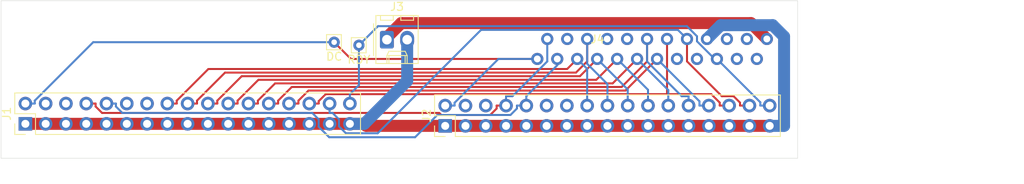
<source format=kicad_pcb>
(kicad_pcb (version 20171130) (host pcbnew "(5.1.5)-3")

  (general
    (thickness 1.6)
    (drawings 7)
    (tracks 178)
    (zones 0)
    (modules 6)
    (nets 16)
  )

  (page A4)
  (layers
    (0 F.Cu signal)
    (31 B.Cu signal)
    (32 B.Adhes user)
    (33 F.Adhes user)
    (34 B.Paste user)
    (35 F.Paste user)
    (36 B.SilkS user)
    (37 F.SilkS user)
    (38 B.Mask user)
    (39 F.Mask user)
    (40 Dwgs.User user)
    (41 Cmts.User user)
    (42 Eco1.User user)
    (43 Eco2.User user)
    (44 Edge.Cuts user)
    (45 Margin user)
    (46 B.CrtYd user)
    (47 F.CrtYd user)
    (48 B.Fab user)
    (49 F.Fab user)
  )

  (setup
    (last_trace_width 0.25)
    (trace_clearance 0.2)
    (zone_clearance 0.508)
    (zone_45_only no)
    (trace_min 0.2)
    (via_size 0.8)
    (via_drill 0.4)
    (via_min_size 0.4)
    (via_min_drill 0.3)
    (uvia_size 0.3)
    (uvia_drill 0.1)
    (uvias_allowed no)
    (uvia_min_size 0.2)
    (uvia_min_drill 0.1)
    (edge_width 0.05)
    (segment_width 0.2)
    (pcb_text_width 0.3)
    (pcb_text_size 1.5 1.5)
    (mod_edge_width 0.12)
    (mod_text_size 1 1)
    (mod_text_width 0.15)
    (pad_size 1.524 1.524)
    (pad_drill 0.762)
    (pad_to_mask_clearance 0.051)
    (solder_mask_min_width 0.25)
    (aux_axis_origin 0 0)
    (visible_elements 7FFFFFFF)
    (pcbplotparams
      (layerselection 0x010fc_ffffffff)
      (usegerberextensions false)
      (usegerberattributes false)
      (usegerberadvancedattributes false)
      (creategerberjobfile false)
      (excludeedgelayer true)
      (linewidth 0.100000)
      (plotframeref false)
      (viasonmask false)
      (mode 1)
      (useauxorigin false)
      (hpglpennumber 1)
      (hpglpenspeed 20)
      (hpglpendiameter 15.000000)
      (psnegative false)
      (psa4output false)
      (plotreference true)
      (plotvalue false)
      (plotinvisibletext false)
      (padsonsilk false)
      (subtractmaskfromsilk false)
      (outputformat 1)
      (mirror false)
      (drillshape 0)
      (scaleselection 1)
      (outputdirectory "gerber/"))
  )

  (net 0 "")
  (net 1 GND)
  (net 2 24_PIN24)
  (net 3 24_PIN6)
  (net 4 24_PIN9)
  (net 5 24_PIN11)
  (net 6 24_PIN12)
  (net 7 24_PIN13)
  (net 8 24_PIN14)
  (net 9 24_PIN16)
  (net 10 24_PIN18)
  (net 11 24_PIN19)
  (net 12 24_PIN20)
  (net 13 24_PIN22)
  (net 14 24_PIN23)
  (net 15 5V)

  (net_class Default "This is the default net class."
    (clearance 0.2)
    (trace_width 0.25)
    (via_dia 0.8)
    (via_drill 0.4)
    (uvia_dia 0.3)
    (uvia_drill 0.1)
    (add_net 24_PIN11)
    (add_net 24_PIN12)
    (add_net 24_PIN13)
    (add_net 24_PIN14)
    (add_net 24_PIN16)
    (add_net 24_PIN18)
    (add_net 24_PIN19)
    (add_net 24_PIN20)
    (add_net 24_PIN22)
    (add_net 24_PIN23)
    (add_net 24_PIN24)
    (add_net 24_PIN6)
    (add_net 24_PIN9)
  )

  (net_class power ""
    (clearance 0.2)
    (trace_width 1.5)
    (via_dia 2)
    (via_drill 1)
    (uvia_dia 0.4)
    (uvia_drill 0.1)
    (add_net 5V)
    (add_net GND)
  )

  (module Connector_Pin:Pin_D0.7mm_L6.5mm_W1.8mm_FlatFork (layer F.Cu) (tedit 5A1DC084) (tstamp 5F1C71CE)
    (at 96.3195 64.5795)
    (descr "solder Pin_ with flat fork, hole diameter 0.7mm, length 6.5mm, width 1.8mm")
    (tags "solder Pin_ with flat fork")
    (path /5F1C2880)
    (fp_text reference RDY (at 0 1.8) (layer F.SilkS)
      (effects (font (size 1 1) (thickness 0.15)))
    )
    (fp_text value RDY (at 0 -1.8) (layer F.Fab)
      (effects (font (size 1 1) (thickness 0.15)))
    )
    (fp_line (start 1.35 1.2) (end -1.4 1.2) (layer F.CrtYd) (width 0.05))
    (fp_line (start 1.35 1.2) (end 1.35 -1.2) (layer F.CrtYd) (width 0.05))
    (fp_line (start -1.4 -1.2) (end -1.4 1.2) (layer F.CrtYd) (width 0.05))
    (fp_line (start -1.4 -1.2) (end 1.35 -1.2) (layer F.CrtYd) (width 0.05))
    (fp_line (start -0.9 0.25) (end -0.9 -0.25) (layer F.Fab) (width 0.12))
    (fp_line (start 0.85 0.25) (end -0.9 0.25) (layer F.Fab) (width 0.12))
    (fp_line (start 0.85 -0.25) (end 0.85 0.25) (layer F.Fab) (width 0.12))
    (fp_line (start -0.9 -0.25) (end 0.85 -0.25) (layer F.Fab) (width 0.12))
    (fp_line (start 0.9 -0.95) (end -0.95 -0.95) (layer F.SilkS) (width 0.12))
    (fp_line (start 0.9 -0.9) (end 0.9 -0.95) (layer F.SilkS) (width 0.12))
    (fp_line (start 0.9 0.95) (end 0.9 -0.9) (layer F.SilkS) (width 0.12))
    (fp_line (start -0.95 0.95) (end 0.9 0.95) (layer F.SilkS) (width 0.12))
    (fp_line (start -0.95 -0.95) (end -0.95 0.95) (layer F.SilkS) (width 0.12))
    (fp_text user %R (at 0 1.8) (layer F.Fab)
      (effects (font (size 1 1) (thickness 0.15)))
    )
    (pad 1 thru_hole circle (at 0 0) (size 1.4 1.4) (drill 0.7) (layers *.Cu *.Mask)
      (net 3 24_PIN6))
    (model ${KISYS3DMOD}/Connector_Pin.3dshapes/Pin_D0.7mm_L6.5mm_W1.8mm_FlatFork.wrl
      (at (xyz 0 0 0))
      (scale (xyz 1 1 1))
      (rotate (xyz 0 0 0))
    )
  )

  (module Connector_Pin:Pin_D0.7mm_L6.5mm_W1.8mm_FlatFork (layer F.Cu) (tedit 5A1DC084) (tstamp 5F1C71BB)
    (at 93.218 64.1985)
    (descr "solder Pin_ with flat fork, hole diameter 0.7mm, length 6.5mm, width 1.8mm")
    (tags "solder Pin_ with flat fork")
    (path /5F1C6303)
    (fp_text reference DC (at 0 1.8) (layer F.SilkS)
      (effects (font (size 1 1) (thickness 0.15)))
    )
    (fp_text value DC (at 0 -1.8) (layer F.Fab)
      (effects (font (size 1 1) (thickness 0.15)))
    )
    (fp_line (start 1.35 1.2) (end -1.4 1.2) (layer F.CrtYd) (width 0.05))
    (fp_line (start 1.35 1.2) (end 1.35 -1.2) (layer F.CrtYd) (width 0.05))
    (fp_line (start -1.4 -1.2) (end -1.4 1.2) (layer F.CrtYd) (width 0.05))
    (fp_line (start -1.4 -1.2) (end 1.35 -1.2) (layer F.CrtYd) (width 0.05))
    (fp_line (start -0.9 0.25) (end -0.9 -0.25) (layer F.Fab) (width 0.12))
    (fp_line (start 0.85 0.25) (end -0.9 0.25) (layer F.Fab) (width 0.12))
    (fp_line (start 0.85 -0.25) (end 0.85 0.25) (layer F.Fab) (width 0.12))
    (fp_line (start -0.9 -0.25) (end 0.85 -0.25) (layer F.Fab) (width 0.12))
    (fp_line (start 0.9 -0.95) (end -0.95 -0.95) (layer F.SilkS) (width 0.12))
    (fp_line (start 0.9 -0.9) (end 0.9 -0.95) (layer F.SilkS) (width 0.12))
    (fp_line (start 0.9 0.95) (end 0.9 -0.9) (layer F.SilkS) (width 0.12))
    (fp_line (start -0.95 0.95) (end 0.9 0.95) (layer F.SilkS) (width 0.12))
    (fp_line (start -0.95 -0.95) (end -0.95 0.95) (layer F.SilkS) (width 0.12))
    (fp_text user %R (at 0 1.8) (layer F.Fab)
      (effects (font (size 1 1) (thickness 0.15)))
    )
    (pad 1 thru_hole circle (at 0 0) (size 1.4 1.4) (drill 0.7) (layers *.Cu *.Mask)
      (net 2 24_PIN24))
    (model ${KISYS3DMOD}/Connector_Pin.3dshapes/Pin_D0.7mm_L6.5mm_W1.8mm_FlatFork.wrl
      (at (xyz 0 0 0))
      (scale (xyz 1 1 1))
      (rotate (xyz 0 0 0))
    )
  )

  (module Connector:24pin_ffc_1 (layer F.Cu) (tedit 5F1C0D9E) (tstamp 5F068281)
    (at 121.158 66.294)
    (path /5F06A868)
    (fp_text reference J4 (at 5.04 -2.46) (layer F.SilkS)
      (effects (font (size 1 1) (thickness 0.15)))
    )
    (fp_text value Conn_01x24_Female_fcc (at 13.93 -2.46) (layer F.Fab)
      (effects (font (size 1 1) (thickness 0.15)))
    )
    (fp_line (start -5.08 -3.81) (end -5.08 2.54) (layer B.Paste) (width 0.12))
    (fp_line (start -1.27 2.54) (end -2.54 2.54) (layer B.Paste) (width 0.12))
    (fp_line (start 1.27 2.54) (end 0 2.54) (layer B.Paste) (width 0.12))
    (fp_line (start 3.81 2.54) (end 2.54 2.54) (layer B.Paste) (width 0.12))
    (fp_line (start 6.35 2.54) (end 5.08 2.54) (layer B.Paste) (width 0.12))
    (fp_line (start 8.89 2.54) (end 7.62 2.54) (layer B.Paste) (width 0.12))
    (fp_line (start 11.43 2.54) (end 10.16 2.54) (layer B.Paste) (width 0.12))
    (fp_line (start 13.97 2.54) (end 12.7 2.54) (layer B.Paste) (width 0.12))
    (fp_line (start 16.51 2.54) (end 15.24 2.54) (layer B.Paste) (width 0.12))
    (fp_line (start 19.05 2.54) (end 17.78 2.54) (layer B.Paste) (width 0.12))
    (fp_line (start 21.59 2.54) (end 20.32 2.54) (layer B.Paste) (width 0.12))
    (fp_line (start 24.13 2.54) (end 22.86 2.54) (layer B.Paste) (width 0.12))
    (fp_line (start 26.67 2.54) (end 25.4 2.54) (layer B.Paste) (width 0.12))
    (fp_line (start 27.94 -3.81) (end 27.94 2.54) (layer B.Paste) (width 0.12))
    (fp_line (start 27.94 2.54) (end -5.08 2.54) (layer B.Paste) (width 0.12))
    (fp_line (start 58.42 -5.08) (end 58.42 1.27) (layer B.Paste) (width 0.12))
    (fp_line (start -5.08 -3.81) (end 27.94 -3.81) (layer B.Paste) (width 0.12))
    (pad 24 thru_hole circle (at -2.5 0) (size 1.524 1.524) (drill 0.86) (layers *.Cu *.Mask)
      (net 2 24_PIN24))
    (pad 1 thru_hole circle (at 26.25 -2.5) (size 1.524 1.524) (drill 0.86) (layers *.Cu *.Mask)
      (net 15 5V))
    (pad 2 thru_hole circle (at 25 0) (size 1.524 1.524) (drill 0.86) (layers *.Cu *.Mask))
    (pad 3 thru_hole circle (at 23.75 -2.5) (size 1.524 1.524) (drill 0.86) (layers *.Cu *.Mask))
    (pad 4 thru_hole circle (at 22.5 0) (size 1.524 1.524) (drill 0.86) (layers *.Cu *.Mask))
    (pad 5 thru_hole circle (at 21.25 -2.5) (size 1.524 1.524) (drill 0.86) (layers *.Cu *.Mask))
    (pad 6 thru_hole circle (at 20 0) (size 1.524 1.524) (drill 0.86) (layers *.Cu *.Mask)
      (net 3 24_PIN6))
    (pad 7 thru_hole circle (at 18.75 -2.5) (size 1.524 1.524) (drill 0.86) (layers *.Cu *.Mask)
      (net 1 GND))
    (pad 8 thru_hole circle (at 17.5 0) (size 1.524 1.524) (drill 0.86) (layers *.Cu *.Mask))
    (pad 9 thru_hole circle (at 16.25 -2.5) (size 1.524 1.524) (drill 0.86) (layers *.Cu *.Mask)
      (net 4 24_PIN9))
    (pad 10 thru_hole circle (at 15 0) (size 1.524 1.524) (drill 0.86) (layers *.Cu *.Mask))
    (pad 11 thru_hole circle (at 13.75 -2.5) (size 1.524 1.524) (drill 0.86) (layers *.Cu *.Mask)
      (net 5 24_PIN11))
    (pad 12 thru_hole circle (at 12.5 0) (size 1.524 1.524) (drill 0.86) (layers *.Cu *.Mask)
      (net 6 24_PIN12))
    (pad 13 thru_hole circle (at 11.25 -2.5) (size 1.524 1.524) (drill 0.86) (layers *.Cu *.Mask)
      (net 7 24_PIN13))
    (pad 14 thru_hole circle (at 10 0) (size 1.524 1.524) (drill 0.86) (layers *.Cu *.Mask)
      (net 8 24_PIN14))
    (pad 15 thru_hole circle (at 8.75 -2.5) (size 1.524 1.524) (drill 0.86) (layers *.Cu *.Mask))
    (pad 16 thru_hole circle (at 7.5 0) (size 1.524 1.524) (drill 0.86) (layers *.Cu *.Mask)
      (net 9 24_PIN16))
    (pad 17 thru_hole circle (at 6.25 -2.5) (size 1.524 1.524) (drill 0.86) (layers *.Cu *.Mask))
    (pad 18 thru_hole circle (at 5 0) (size 1.524 1.524) (drill 0.86) (layers *.Cu *.Mask)
      (net 10 24_PIN18))
    (pad 19 thru_hole circle (at 3.75 -2.5) (size 1.524 1.524) (drill 0.86) (layers *.Cu *.Mask)
      (net 11 24_PIN19))
    (pad 20 thru_hole circle (at 2.5 0) (size 1.524 1.524) (drill 0.86) (layers *.Cu *.Mask)
      (net 12 24_PIN20))
    (pad 21 thru_hole circle (at 1.25 -2.5) (size 1.524 1.524) (drill 0.86) (layers *.Cu *.Mask))
    (pad 22 thru_hole circle (at 0 0) (size 1.524 1.524) (drill 0.86) (layers *.Cu *.Mask)
      (net 13 24_PIN22))
    (pad 23 thru_hole circle (at -1.25 -2.5) (size 1.524 1.524) (drill 0.86) (layers *.Cu *.Mask)
      (net 14 24_PIN23))
  )

  (module Connector_Molex:Molex_KK-254_AE-6410-02A_1x02_P2.54mm_Vertical (layer F.Cu) (tedit 5B78013E) (tstamp 5F096321)
    (at 99.822 63.881)
    (descr "Molex KK-254 Interconnect System, old/engineering part number: AE-6410-02A example for new part number: 22-27-2021, 2 Pins (http://www.molex.com/pdm_docs/sd/022272021_sd.pdf), generated with kicad-footprint-generator")
    (tags "connector Molex KK-254 side entry")
    (path /5F0A77CA)
    (fp_text reference J3 (at 1.27 -4.12) (layer F.SilkS)
      (effects (font (size 1 1) (thickness 0.15)))
    )
    (fp_text value Jack-DC (at 1.27 4.08) (layer F.Fab)
      (effects (font (size 1 1) (thickness 0.15)))
    )
    (fp_text user %R (at 1.27 -2.22) (layer F.Fab)
      (effects (font (size 1 1) (thickness 0.15)))
    )
    (fp_line (start 4.31 -3.42) (end -1.77 -3.42) (layer F.CrtYd) (width 0.05))
    (fp_line (start 4.31 3.38) (end 4.31 -3.42) (layer F.CrtYd) (width 0.05))
    (fp_line (start -1.77 3.38) (end 4.31 3.38) (layer F.CrtYd) (width 0.05))
    (fp_line (start -1.77 -3.42) (end -1.77 3.38) (layer F.CrtYd) (width 0.05))
    (fp_line (start 3.34 -2.43) (end 3.34 -3.03) (layer F.SilkS) (width 0.12))
    (fp_line (start 1.74 -2.43) (end 3.34 -2.43) (layer F.SilkS) (width 0.12))
    (fp_line (start 1.74 -3.03) (end 1.74 -2.43) (layer F.SilkS) (width 0.12))
    (fp_line (start 0.8 -2.43) (end 0.8 -3.03) (layer F.SilkS) (width 0.12))
    (fp_line (start -0.8 -2.43) (end 0.8 -2.43) (layer F.SilkS) (width 0.12))
    (fp_line (start -0.8 -3.03) (end -0.8 -2.43) (layer F.SilkS) (width 0.12))
    (fp_line (start 2.29 2.99) (end 2.29 1.99) (layer F.SilkS) (width 0.12))
    (fp_line (start 0.25 2.99) (end 0.25 1.99) (layer F.SilkS) (width 0.12))
    (fp_line (start 2.29 1.46) (end 2.54 1.99) (layer F.SilkS) (width 0.12))
    (fp_line (start 0.25 1.46) (end 2.29 1.46) (layer F.SilkS) (width 0.12))
    (fp_line (start 0 1.99) (end 0.25 1.46) (layer F.SilkS) (width 0.12))
    (fp_line (start 2.54 1.99) (end 2.54 2.99) (layer F.SilkS) (width 0.12))
    (fp_line (start 0 1.99) (end 2.54 1.99) (layer F.SilkS) (width 0.12))
    (fp_line (start 0 2.99) (end 0 1.99) (layer F.SilkS) (width 0.12))
    (fp_line (start -0.562893 0) (end -1.27 0.5) (layer F.Fab) (width 0.1))
    (fp_line (start -1.27 -0.5) (end -0.562893 0) (layer F.Fab) (width 0.1))
    (fp_line (start -1.67 -2) (end -1.67 2) (layer F.SilkS) (width 0.12))
    (fp_line (start 3.92 -3.03) (end -1.38 -3.03) (layer F.SilkS) (width 0.12))
    (fp_line (start 3.92 2.99) (end 3.92 -3.03) (layer F.SilkS) (width 0.12))
    (fp_line (start -1.38 2.99) (end 3.92 2.99) (layer F.SilkS) (width 0.12))
    (fp_line (start -1.38 -3.03) (end -1.38 2.99) (layer F.SilkS) (width 0.12))
    (fp_line (start 3.81 -2.92) (end -1.27 -2.92) (layer F.Fab) (width 0.1))
    (fp_line (start 3.81 2.88) (end 3.81 -2.92) (layer F.Fab) (width 0.1))
    (fp_line (start -1.27 2.88) (end 3.81 2.88) (layer F.Fab) (width 0.1))
    (fp_line (start -1.27 -2.92) (end -1.27 2.88) (layer F.Fab) (width 0.1))
    (pad 2 thru_hole oval (at 2.54 0) (size 1.74 2.2) (drill 1.2) (layers *.Cu *.Mask)
      (net 1 GND))
    (pad 1 thru_hole roundrect (at 0 0) (size 1.74 2.2) (drill 1.2) (layers *.Cu *.Mask) (roundrect_rratio 0.143678)
      (net 15 5V))
    (model ${KISYS3DMOD}/Connector_Molex.3dshapes/Molex_KK-254_AE-6410-02A_1x02_P2.54mm_Vertical.wrl
      (at (xyz 0 0 0))
      (scale (xyz 1 1 1))
      (rotate (xyz 0 0 0))
    )
  )

  (module Connector_PinHeader_2.54mm:PinHeader_2x17_P2.54mm_Vertical (layer F.Cu) (tedit 59FED5CC) (tstamp 5F094A33)
    (at 54.5465 74.422 90)
    (descr "Through hole straight pin header, 2x17, 2.54mm pitch, double rows")
    (tags "Through hole pin header THT 2x17 2.54mm double row")
    (path /5F0908E6)
    (fp_text reference J1 (at 1.27 -2.33 90) (layer F.SilkS)
      (effects (font (size 1 1) (thickness 0.15)))
    )
    (fp_text value Conn_02x17_Odd_Even (at 1.27 42.97 90) (layer F.Fab)
      (effects (font (size 1 1) (thickness 0.15)))
    )
    (fp_text user %R (at 1.27 20.32) (layer F.Fab)
      (effects (font (size 1 1) (thickness 0.15)))
    )
    (fp_line (start 4.35 -1.8) (end -1.8 -1.8) (layer F.CrtYd) (width 0.05))
    (fp_line (start 4.35 42.45) (end 4.35 -1.8) (layer F.CrtYd) (width 0.05))
    (fp_line (start -1.8 42.45) (end 4.35 42.45) (layer F.CrtYd) (width 0.05))
    (fp_line (start -1.8 -1.8) (end -1.8 42.45) (layer F.CrtYd) (width 0.05))
    (fp_line (start -1.33 -1.33) (end 0 -1.33) (layer F.SilkS) (width 0.12))
    (fp_line (start -1.33 0) (end -1.33 -1.33) (layer F.SilkS) (width 0.12))
    (fp_line (start 1.27 -1.33) (end 3.87 -1.33) (layer F.SilkS) (width 0.12))
    (fp_line (start 1.27 1.27) (end 1.27 -1.33) (layer F.SilkS) (width 0.12))
    (fp_line (start -1.33 1.27) (end 1.27 1.27) (layer F.SilkS) (width 0.12))
    (fp_line (start 3.87 -1.33) (end 3.87 41.97) (layer F.SilkS) (width 0.12))
    (fp_line (start -1.33 1.27) (end -1.33 41.97) (layer F.SilkS) (width 0.12))
    (fp_line (start -1.33 41.97) (end 3.87 41.97) (layer F.SilkS) (width 0.12))
    (fp_line (start -1.27 0) (end 0 -1.27) (layer F.Fab) (width 0.1))
    (fp_line (start -1.27 41.91) (end -1.27 0) (layer F.Fab) (width 0.1))
    (fp_line (start 3.81 41.91) (end -1.27 41.91) (layer F.Fab) (width 0.1))
    (fp_line (start 3.81 -1.27) (end 3.81 41.91) (layer F.Fab) (width 0.1))
    (fp_line (start 0 -1.27) (end 3.81 -1.27) (layer F.Fab) (width 0.1))
    (pad 34 thru_hole oval (at 2.54 40.64 90) (size 1.7 1.7) (drill 1) (layers *.Cu *.Mask)
      (net 3 24_PIN6))
    (pad 33 thru_hole oval (at 0 40.64 90) (size 1.7 1.7) (drill 1) (layers *.Cu *.Mask)
      (net 1 GND))
    (pad 32 thru_hole oval (at 2.54 38.1 90) (size 1.7 1.7) (drill 1) (layers *.Cu *.Mask)
      (net 4 24_PIN9))
    (pad 31 thru_hole oval (at 0 38.1 90) (size 1.7 1.7) (drill 1) (layers *.Cu *.Mask)
      (net 1 GND))
    (pad 30 thru_hole oval (at 2.54 35.56 90) (size 1.7 1.7) (drill 1) (layers *.Cu *.Mask)
      (net 5 24_PIN11))
    (pad 29 thru_hole oval (at 0 35.56 90) (size 1.7 1.7) (drill 1) (layers *.Cu *.Mask)
      (net 1 GND))
    (pad 28 thru_hole oval (at 2.54 33.02 90) (size 1.7 1.7) (drill 1) (layers *.Cu *.Mask)
      (net 6 24_PIN12))
    (pad 27 thru_hole oval (at 0 33.02 90) (size 1.7 1.7) (drill 1) (layers *.Cu *.Mask)
      (net 1 GND))
    (pad 26 thru_hole oval (at 2.54 30.48 90) (size 1.7 1.7) (drill 1) (layers *.Cu *.Mask)
      (net 7 24_PIN13))
    (pad 25 thru_hole oval (at 0 30.48 90) (size 1.7 1.7) (drill 1) (layers *.Cu *.Mask)
      (net 1 GND))
    (pad 24 thru_hole oval (at 2.54 27.94 90) (size 1.7 1.7) (drill 1) (layers *.Cu *.Mask)
      (net 8 24_PIN14))
    (pad 23 thru_hole oval (at 0 27.94 90) (size 1.7 1.7) (drill 1) (layers *.Cu *.Mask)
      (net 1 GND))
    (pad 22 thru_hole oval (at 2.54 25.4 90) (size 1.7 1.7) (drill 1) (layers *.Cu *.Mask)
      (net 9 24_PIN16))
    (pad 21 thru_hole oval (at 0 25.4 90) (size 1.7 1.7) (drill 1) (layers *.Cu *.Mask)
      (net 1 GND))
    (pad 20 thru_hole oval (at 2.54 22.86 90) (size 1.7 1.7) (drill 1) (layers *.Cu *.Mask)
      (net 10 24_PIN18))
    (pad 19 thru_hole oval (at 0 22.86 90) (size 1.7 1.7) (drill 1) (layers *.Cu *.Mask)
      (net 1 GND))
    (pad 18 thru_hole oval (at 2.54 20.32 90) (size 1.7 1.7) (drill 1) (layers *.Cu *.Mask)
      (net 11 24_PIN19))
    (pad 17 thru_hole oval (at 0 20.32 90) (size 1.7 1.7) (drill 1) (layers *.Cu *.Mask)
      (net 1 GND))
    (pad 16 thru_hole oval (at 2.54 17.78 90) (size 1.7 1.7) (drill 1) (layers *.Cu *.Mask)
      (net 12 24_PIN20))
    (pad 15 thru_hole oval (at 0 17.78 90) (size 1.7 1.7) (drill 1) (layers *.Cu *.Mask)
      (net 1 GND))
    (pad 14 thru_hole oval (at 2.54 15.24 90) (size 1.7 1.7) (drill 1) (layers *.Cu *.Mask))
    (pad 13 thru_hole oval (at 0 15.24 90) (size 1.7 1.7) (drill 1) (layers *.Cu *.Mask)
      (net 1 GND))
    (pad 12 thru_hole oval (at 2.54 12.7 90) (size 1.7 1.7) (drill 1) (layers *.Cu *.Mask))
    (pad 11 thru_hole oval (at 0 12.7 90) (size 1.7 1.7) (drill 1) (layers *.Cu *.Mask)
      (net 1 GND))
    (pad 10 thru_hole oval (at 2.54 10.16 90) (size 1.7 1.7) (drill 1) (layers *.Cu *.Mask)
      (net 13 24_PIN22))
    (pad 9 thru_hole oval (at 0 10.16 90) (size 1.7 1.7) (drill 1) (layers *.Cu *.Mask)
      (net 1 GND))
    (pad 8 thru_hole oval (at 2.54 7.62 90) (size 1.7 1.7) (drill 1) (layers *.Cu *.Mask)
      (net 14 24_PIN23))
    (pad 7 thru_hole oval (at 0 7.62 90) (size 1.7 1.7) (drill 1) (layers *.Cu *.Mask)
      (net 1 GND))
    (pad 6 thru_hole oval (at 2.54 5.08 90) (size 1.7 1.7) (drill 1) (layers *.Cu *.Mask))
    (pad 5 thru_hole oval (at 0 5.08 90) (size 1.7 1.7) (drill 1) (layers *.Cu *.Mask)
      (net 1 GND))
    (pad 4 thru_hole oval (at 2.54 2.54 90) (size 1.7 1.7) (drill 1) (layers *.Cu *.Mask))
    (pad 3 thru_hole oval (at 0 2.54 90) (size 1.7 1.7) (drill 1) (layers *.Cu *.Mask)
      (net 1 GND))
    (pad 2 thru_hole oval (at 2.54 0 90) (size 1.7 1.7) (drill 1) (layers *.Cu *.Mask)
      (net 2 24_PIN24))
    (pad 1 thru_hole rect (at 0 0 90) (size 1.7 1.7) (drill 1) (layers *.Cu *.Mask)
      (net 1 GND))
    (model ${KISYS3DMOD}/Connector_PinHeader_2.54mm.3dshapes/PinHeader_2x17_P2.54mm_Vertical.wrl
      (at (xyz 0 0 0))
      (scale (xyz 1 1 1))
      (rotate (xyz 0 0 0))
    )
  )

  (module Connector_PinHeader_2.54mm:PinHeader_2x17_P2.54mm_Vertical (layer F.Cu) (tedit 59FED5CC) (tstamp 5F06A7C7)
    (at 107.124 74.676 90)
    (descr "Through hole straight pin header, 2x17, 2.54mm pitch, double rows")
    (tags "Through hole pin header THT 2x17 2.54mm double row")
    (path /5F0606E7)
    (fp_text reference J2 (at 1.27 -2.33 90) (layer F.SilkS)
      (effects (font (size 1 1) (thickness 0.15)))
    )
    (fp_text value Conn_02x17_Odd_Even (at 1.27 42.97 90) (layer F.Fab)
      (effects (font (size 1 1) (thickness 0.15)))
    )
    (fp_text user %R (at 1.27 20.32) (layer F.Fab)
      (effects (font (size 1 1) (thickness 0.15)))
    )
    (fp_line (start 4.35 -1.8) (end -1.8 -1.8) (layer F.CrtYd) (width 0.05))
    (fp_line (start 4.35 42.45) (end 4.35 -1.8) (layer F.CrtYd) (width 0.05))
    (fp_line (start -1.8 42.45) (end 4.35 42.45) (layer F.CrtYd) (width 0.05))
    (fp_line (start -1.8 -1.8) (end -1.8 42.45) (layer F.CrtYd) (width 0.05))
    (fp_line (start -1.33 -1.33) (end 0 -1.33) (layer F.SilkS) (width 0.12))
    (fp_line (start -1.33 0) (end -1.33 -1.33) (layer F.SilkS) (width 0.12))
    (fp_line (start 1.27 -1.33) (end 3.87 -1.33) (layer F.SilkS) (width 0.12))
    (fp_line (start 1.27 1.27) (end 1.27 -1.33) (layer F.SilkS) (width 0.12))
    (fp_line (start -1.33 1.27) (end 1.27 1.27) (layer F.SilkS) (width 0.12))
    (fp_line (start 3.87 -1.33) (end 3.87 41.97) (layer F.SilkS) (width 0.12))
    (fp_line (start -1.33 1.27) (end -1.33 41.97) (layer F.SilkS) (width 0.12))
    (fp_line (start -1.33 41.97) (end 3.87 41.97) (layer F.SilkS) (width 0.12))
    (fp_line (start -1.27 0) (end 0 -1.27) (layer F.Fab) (width 0.1))
    (fp_line (start -1.27 41.91) (end -1.27 0) (layer F.Fab) (width 0.1))
    (fp_line (start 3.81 41.91) (end -1.27 41.91) (layer F.Fab) (width 0.1))
    (fp_line (start 3.81 -1.27) (end 3.81 41.91) (layer F.Fab) (width 0.1))
    (fp_line (start 0 -1.27) (end 3.81 -1.27) (layer F.Fab) (width 0.1))
    (pad 34 thru_hole oval (at 2.54 40.64 90) (size 1.7 1.7) (drill 1) (layers *.Cu *.Mask)
      (net 3 24_PIN6))
    (pad 33 thru_hole oval (at 0 40.64 90) (size 1.7 1.7) (drill 1) (layers *.Cu *.Mask)
      (net 1 GND))
    (pad 32 thru_hole oval (at 2.54 38.1 90) (size 1.7 1.7) (drill 1) (layers *.Cu *.Mask)
      (net 4 24_PIN9))
    (pad 31 thru_hole oval (at 0 38.1 90) (size 1.7 1.7) (drill 1) (layers *.Cu *.Mask)
      (net 1 GND))
    (pad 30 thru_hole oval (at 2.54 35.56 90) (size 1.7 1.7) (drill 1) (layers *.Cu *.Mask)
      (net 5 24_PIN11))
    (pad 29 thru_hole oval (at 0 35.56 90) (size 1.7 1.7) (drill 1) (layers *.Cu *.Mask)
      (net 1 GND))
    (pad 28 thru_hole oval (at 2.54 33.02 90) (size 1.7 1.7) (drill 1) (layers *.Cu *.Mask)
      (net 6 24_PIN12))
    (pad 27 thru_hole oval (at 0 33.02 90) (size 1.7 1.7) (drill 1) (layers *.Cu *.Mask)
      (net 1 GND))
    (pad 26 thru_hole oval (at 2.54 30.48 90) (size 1.7 1.7) (drill 1) (layers *.Cu *.Mask)
      (net 7 24_PIN13))
    (pad 25 thru_hole oval (at 0 30.48 90) (size 1.7 1.7) (drill 1) (layers *.Cu *.Mask)
      (net 1 GND))
    (pad 24 thru_hole oval (at 2.54 27.94 90) (size 1.7 1.7) (drill 1) (layers *.Cu *.Mask)
      (net 8 24_PIN14))
    (pad 23 thru_hole oval (at 0 27.94 90) (size 1.7 1.7) (drill 1) (layers *.Cu *.Mask)
      (net 1 GND))
    (pad 22 thru_hole oval (at 2.54 25.4 90) (size 1.7 1.7) (drill 1) (layers *.Cu *.Mask)
      (net 9 24_PIN16))
    (pad 21 thru_hole oval (at 0 25.4 90) (size 1.7 1.7) (drill 1) (layers *.Cu *.Mask)
      (net 1 GND))
    (pad 20 thru_hole oval (at 2.54 22.86 90) (size 1.7 1.7) (drill 1) (layers *.Cu *.Mask)
      (net 10 24_PIN18))
    (pad 19 thru_hole oval (at 0 22.86 90) (size 1.7 1.7) (drill 1) (layers *.Cu *.Mask)
      (net 1 GND))
    (pad 18 thru_hole oval (at 2.54 20.32 90) (size 1.7 1.7) (drill 1) (layers *.Cu *.Mask)
      (net 11 24_PIN19))
    (pad 17 thru_hole oval (at 0 20.32 90) (size 1.7 1.7) (drill 1) (layers *.Cu *.Mask)
      (net 1 GND))
    (pad 16 thru_hole oval (at 2.54 17.78 90) (size 1.7 1.7) (drill 1) (layers *.Cu *.Mask)
      (net 12 24_PIN20))
    (pad 15 thru_hole oval (at 0 17.78 90) (size 1.7 1.7) (drill 1) (layers *.Cu *.Mask)
      (net 1 GND))
    (pad 14 thru_hole oval (at 2.54 15.24 90) (size 1.7 1.7) (drill 1) (layers *.Cu *.Mask))
    (pad 13 thru_hole oval (at 0 15.24 90) (size 1.7 1.7) (drill 1) (layers *.Cu *.Mask)
      (net 1 GND))
    (pad 12 thru_hole oval (at 2.54 12.7 90) (size 1.7 1.7) (drill 1) (layers *.Cu *.Mask))
    (pad 11 thru_hole oval (at 0 12.7 90) (size 1.7 1.7) (drill 1) (layers *.Cu *.Mask)
      (net 1 GND))
    (pad 10 thru_hole oval (at 2.54 10.16 90) (size 1.7 1.7) (drill 1) (layers *.Cu *.Mask)
      (net 13 24_PIN22))
    (pad 9 thru_hole oval (at 0 10.16 90) (size 1.7 1.7) (drill 1) (layers *.Cu *.Mask)
      (net 1 GND))
    (pad 8 thru_hole oval (at 2.54 7.62 90) (size 1.7 1.7) (drill 1) (layers *.Cu *.Mask)
      (net 14 24_PIN23))
    (pad 7 thru_hole oval (at 0 7.62 90) (size 1.7 1.7) (drill 1) (layers *.Cu *.Mask)
      (net 1 GND))
    (pad 6 thru_hole oval (at 2.54 5.08 90) (size 1.7 1.7) (drill 1) (layers *.Cu *.Mask))
    (pad 5 thru_hole oval (at 0 5.08 90) (size 1.7 1.7) (drill 1) (layers *.Cu *.Mask)
      (net 1 GND))
    (pad 4 thru_hole oval (at 2.54 2.54 90) (size 1.7 1.7) (drill 1) (layers *.Cu *.Mask))
    (pad 3 thru_hole oval (at 0 2.54 90) (size 1.7 1.7) (drill 1) (layers *.Cu *.Mask)
      (net 1 GND))
    (pad 2 thru_hole oval (at 2.54 0 90) (size 1.7 1.7) (drill 1) (layers *.Cu *.Mask)
      (net 2 24_PIN24))
    (pad 1 thru_hole rect (at 0 0 90) (size 1.7 1.7) (drill 1) (layers *.Cu *.Mask)
      (net 1 GND))
    (model ${KISYS3DMOD}/Connector_PinHeader_2.54mm.3dshapes/PinHeader_2x17_P2.54mm_Vertical.wrl
      (at (xyz 0 0 0))
      (scale (xyz 1 1 1))
      (rotate (xyz 0 0 0))
    )
  )

  (gr_line (start 104.394 63.881) (end 105.791 63.881) (layer B.Paste) (width 0.15))
  (gr_line (start 97.9805 60.6425) (end 96.012 60.6425) (layer B.Paste) (width 0.15))
  (gr_line (start 97.028 59.436) (end 97.028 61.7855) (layer B.Paste) (width 0.15))
  (gr_line (start 51.5 78.74) (end 51.5 59) (layer Edge.Cuts) (width 0.05))
  (gr_line (start 151.257 78.74) (end 51.5 78.74) (layer Edge.Cuts) (width 0.05))
  (gr_line (start 151.257 59) (end 151.257 78.74) (layer Edge.Cuts) (width 0.05))
  (gr_line (start 51.5 59) (end 151.257 59) (layer Edge.Cuts) (width 0.05))

  (segment (start 129.984 74.676) (end 132.524 74.676) (width 1.5) (layer F.Cu) (net 1))
  (segment (start 127.444 74.676) (end 129.984 74.676) (width 1.5) (layer F.Cu) (net 1))
  (segment (start 145.224 74.676) (end 147.764 74.676) (width 1.5) (layer F.Cu) (net 1))
  (segment (start 142.684 74.676) (end 145.224 74.676) (width 1.5) (layer F.Cu) (net 1))
  (segment (start 95.1865 74.422) (end 96.9868 74.422) (width 1.5) (layer B.Cu) (net 1))
  (segment (start 96.9868 74.422) (end 102.362 69.0468) (width 1.5) (layer B.Cu) (net 1))
  (segment (start 102.362 69.0468) (end 102.362 63.881) (width 1.5) (layer B.Cu) (net 1))
  (segment (start 122.364 74.676) (end 124.904 74.676) (width 1.5) (layer F.Cu) (net 1))
  (segment (start 119.824 74.676) (end 122.364 74.676) (width 1.5) (layer F.Cu) (net 1))
  (segment (start 95.1865 74.422) (end 96.9868 74.422) (width 1.5) (layer F.Cu) (net 1))
  (segment (start 107.124 74.676) (end 97.2408 74.676) (width 1.5) (layer F.Cu) (net 1))
  (segment (start 97.2408 74.676) (end 96.9868 74.422) (width 1.5) (layer F.Cu) (net 1))
  (segment (start 109.664 74.676) (end 107.124 74.676) (width 1.5) (layer F.Cu) (net 1))
  (segment (start 147.764 74.676) (end 149.5643 74.676) (width 1.5) (layer B.Cu) (net 1))
  (segment (start 149.5643 74.676) (end 149.5643 63.4919) (width 1.5) (layer B.Cu) (net 1))
  (segment (start 149.5643 63.4919) (end 148.1394 62.067) (width 1.5) (layer B.Cu) (net 1))
  (segment (start 148.1394 62.067) (end 141.635 62.067) (width 1.5) (layer B.Cu) (net 1))
  (segment (start 141.635 62.067) (end 139.908 63.794) (width 1.5) (layer B.Cu) (net 1))
  (segment (start 92.6465 74.422) (end 95.1865 74.422) (width 1.5) (layer F.Cu) (net 1))
  (segment (start 90.1065 74.422) (end 92.6465 74.422) (width 1.5) (layer F.Cu) (net 1))
  (segment (start 87.5665 74.422) (end 90.1065 74.422) (width 1.5) (layer F.Cu) (net 1))
  (segment (start 85.0265 74.422) (end 87.5665 74.422) (width 1.5) (layer F.Cu) (net 1))
  (segment (start 82.4865 74.422) (end 85.0265 74.422) (width 1.5) (layer F.Cu) (net 1))
  (segment (start 114.744 74.676) (end 117.284 74.676) (width 1.5) (layer F.Cu) (net 1))
  (segment (start 79.9465 74.422) (end 82.4865 74.422) (width 1.5) (layer F.Cu) (net 1))
  (segment (start 77.4065 74.422) (end 79.9465 74.422) (width 1.5) (layer F.Cu) (net 1))
  (segment (start 74.8665 74.422) (end 77.4065 74.422) (width 1.5) (layer F.Cu) (net 1))
  (segment (start 72.3265 74.422) (end 74.8665 74.422) (width 1.5) (layer F.Cu) (net 1))
  (segment (start 69.7865 74.422) (end 72.3265 74.422) (width 1.5) (layer F.Cu) (net 1))
  (segment (start 67.2465 74.422) (end 69.7865 74.422) (width 1.5) (layer F.Cu) (net 1))
  (segment (start 64.7065 74.422) (end 67.2465 74.422) (width 1.5) (layer F.Cu) (net 1))
  (segment (start 62.1665 74.422) (end 64.7065 74.422) (width 1.5) (layer F.Cu) (net 1))
  (segment (start 59.6265 74.422) (end 62.1665 74.422) (width 1.5) (layer F.Cu) (net 1))
  (segment (start 57.0865 74.422) (end 59.6265 74.422) (width 1.5) (layer F.Cu) (net 1))
  (segment (start 54.5465 74.422) (end 57.0865 74.422) (width 1.5) (layer F.Cu) (net 1))
  (segment (start 140.144 74.676) (end 142.684 74.676) (width 1.5) (layer F.Cu) (net 1))
  (segment (start 137.604 74.676) (end 140.144 74.676) (width 1.5) (layer F.Cu) (net 1))
  (segment (start 135.064 74.676) (end 137.604 74.676) (width 1.5) (layer F.Cu) (net 1))
  (segment (start 132.524 74.676) (end 135.064 74.676) (width 1.5) (layer F.Cu) (net 1))
  (segment (start 124.904 74.676) (end 127.444 74.676) (width 1.5) (layer F.Cu) (net 1))
  (segment (start 117.284 74.676) (end 119.824 74.676) (width 1.5) (layer F.Cu) (net 1))
  (segment (start 112.204 74.676) (end 114.744 74.676) (width 1.5) (layer F.Cu) (net 1))
  (segment (start 109.664 74.676) (end 112.204 74.676) (width 1.5) (layer F.Cu) (net 1))
  (segment (start 108.2993 72.136) (end 108.2993 71.7829) (width 0.25) (layer B.Cu) (net 2))
  (segment (start 108.2993 71.7829) (end 113.7882 66.294) (width 0.25) (layer B.Cu) (net 2))
  (segment (start 113.7882 66.294) (end 118.658 66.294) (width 0.25) (layer B.Cu) (net 2))
  (segment (start 54.5465 71.882) (end 55.7218 71.882) (width 0.25) (layer B.Cu) (net 2))
  (segment (start 93.218 64.1985) (end 63.038 64.1985) (width 0.25) (layer B.Cu) (net 2))
  (segment (start 63.038 64.1985) (end 55.7218 71.5147) (width 0.25) (layer B.Cu) (net 2))
  (segment (start 55.7218 71.5147) (end 55.7218 71.882) (width 0.25) (layer B.Cu) (net 2))
  (segment (start 118.658 66.294) (end 95.3135 66.294) (width 0.25) (layer F.Cu) (net 2))
  (segment (start 95.3135 66.294) (end 93.218 64.1985) (width 0.25) (layer F.Cu) (net 2))
  (segment (start 107.124 72.136) (end 108.2993 72.136) (width 0.25) (layer B.Cu) (net 2))
  (segment (start 141.158 66.294) (end 140.8702 66.294) (width 0.25) (layer B.Cu) (net 3))
  (segment (start 140.8702 66.294) (end 138.658 64.0818) (width 0.25) (layer B.Cu) (net 3))
  (segment (start 138.658 64.0818) (end 138.658 63.4519) (width 0.25) (layer B.Cu) (net 3))
  (segment (start 138.658 63.4519) (end 137.3949 62.1888) (width 0.25) (layer B.Cu) (net 3))
  (segment (start 137.3949 62.1888) (end 98.7102 62.1888) (width 0.25) (layer B.Cu) (net 3))
  (segment (start 98.7102 62.1888) (end 96.3195 64.5795) (width 0.25) (layer B.Cu) (net 3))
  (segment (start 146.5887 72.136) (end 146.5887 71.7247) (width 0.25) (layer B.Cu) (net 3))
  (segment (start 146.5887 71.7247) (end 141.158 66.294) (width 0.25) (layer B.Cu) (net 3))
  (segment (start 96.3195 64.5795) (end 96.3195 69.5737) (width 0.25) (layer B.Cu) (net 3))
  (segment (start 96.3195 69.5737) (end 95.1865 70.7067) (width 0.25) (layer B.Cu) (net 3))
  (segment (start 95.1865 71.882) (end 95.1865 70.7067) (width 0.25) (layer B.Cu) (net 3))
  (segment (start 147.764 72.136) (end 146.5887 72.136) (width 0.25) (layer B.Cu) (net 3))
  (segment (start 137.408 63.794) (end 136.2672 62.6532) (width 0.25) (layer B.Cu) (net 4))
  (segment (start 136.2672 62.6532) (end 111.6181 62.6532) (width 0.25) (layer B.Cu) (net 4))
  (segment (start 111.6181 62.6532) (end 98.6665 75.6048) (width 0.25) (layer B.Cu) (net 4))
  (segment (start 98.6665 75.6048) (end 94.6937 75.6048) (width 0.25) (layer B.Cu) (net 4))
  (segment (start 94.6937 75.6048) (end 93.8218 74.7329) (width 0.25) (layer B.Cu) (net 4))
  (segment (start 93.8218 74.7329) (end 93.8218 73.8652) (width 0.25) (layer B.Cu) (net 4))
  (segment (start 93.8218 73.8652) (end 93.0139 73.0573) (width 0.25) (layer B.Cu) (net 4))
  (segment (start 93.0139 73.0573) (end 92.6465 73.0573) (width 0.25) (layer B.Cu) (net 4))
  (segment (start 92.6465 71.882) (end 92.6465 73.0573) (width 0.25) (layer B.Cu) (net 4))
  (segment (start 145.224 72.136) (end 144.0487 72.136) (width 0.25) (layer F.Cu) (net 4))
  (segment (start 144.0487 72.136) (end 144.0487 71.7686) (width 0.25) (layer F.Cu) (net 4))
  (segment (start 144.0487 71.7686) (end 143.2408 70.9607) (width 0.25) (layer F.Cu) (net 4))
  (segment (start 143.2408 70.9607) (end 141.7714 70.9607) (width 0.25) (layer F.Cu) (net 4))
  (segment (start 141.7714 70.9607) (end 137.408 66.5973) (width 0.25) (layer F.Cu) (net 4))
  (segment (start 137.408 66.5973) (end 137.408 63.794) (width 0.25) (layer F.Cu) (net 4))
  (segment (start 134.908 70.7067) (end 134.908 63.794) (width 0.25) (layer F.Cu) (net 5))
  (segment (start 141.5087 72.136) (end 141.5087 71.7686) (width 0.25) (layer F.Cu) (net 5))
  (segment (start 141.5087 71.7686) (end 140.4468 70.7067) (width 0.25) (layer F.Cu) (net 5))
  (segment (start 140.4468 70.7067) (end 134.908 70.7067) (width 0.25) (layer F.Cu) (net 5))
  (segment (start 134.908 70.7067) (end 92.1558 70.7067) (width 0.25) (layer F.Cu) (net 5))
  (segment (start 92.1558 70.7067) (end 91.2818 71.5807) (width 0.25) (layer F.Cu) (net 5))
  (segment (start 91.2818 71.5807) (end 91.2818 71.882) (width 0.25) (layer F.Cu) (net 5))
  (segment (start 90.1065 71.882) (end 91.2818 71.882) (width 0.25) (layer F.Cu) (net 5))
  (segment (start 142.684 72.136) (end 141.5087 72.136) (width 0.25) (layer F.Cu) (net 5))
  (segment (start 133.658 66.294) (end 129.6956 70.2564) (width 0.25) (layer F.Cu) (net 6))
  (segment (start 129.6956 70.2564) (end 90 70.2564) (width 0.25) (layer F.Cu) (net 6))
  (segment (start 90 70.2564) (end 88.7418 71.5146) (width 0.25) (layer F.Cu) (net 6))
  (segment (start 88.7418 71.5146) (end 88.7418 71.882) (width 0.25) (layer F.Cu) (net 6))
  (segment (start 87.5665 71.882) (end 88.7418 71.882) (width 0.25) (layer F.Cu) (net 6))
  (segment (start 140.144 72.136) (end 138.9687 72.136) (width 0.25) (layer B.Cu) (net 6))
  (segment (start 138.9687 72.136) (end 138.9687 71.6047) (width 0.25) (layer B.Cu) (net 6))
  (segment (start 138.9687 71.6047) (end 133.658 66.294) (width 0.25) (layer B.Cu) (net 6))
  (segment (start 132.408 63.794) (end 132.408 66.6174) (width 0.25) (layer F.Cu) (net 7))
  (segment (start 132.408 66.6174) (end 129.2193 69.8061) (width 0.25) (layer F.Cu) (net 7))
  (segment (start 129.2193 69.8061) (end 87.9103 69.8061) (width 0.25) (layer F.Cu) (net 7))
  (segment (start 87.9103 69.8061) (end 86.2018 71.5146) (width 0.25) (layer F.Cu) (net 7))
  (segment (start 86.2018 71.5146) (end 86.2018 71.882) (width 0.25) (layer F.Cu) (net 7))
  (segment (start 85.0265 71.882) (end 86.2018 71.882) (width 0.25) (layer F.Cu) (net 7))
  (segment (start 137.604 70.9607) (end 136.7472 70.9607) (width 0.25) (layer B.Cu) (net 7))
  (segment (start 136.7472 70.9607) (end 132.408 66.6215) (width 0.25) (layer B.Cu) (net 7))
  (segment (start 132.408 66.6215) (end 132.408 63.794) (width 0.25) (layer B.Cu) (net 7))
  (segment (start 137.604 72.136) (end 137.604 70.9607) (width 0.25) (layer B.Cu) (net 7))
  (segment (start 131.158 66.294) (end 128.0962 69.3558) (width 0.25) (layer F.Cu) (net 8))
  (segment (start 128.0962 69.3558) (end 85.8206 69.3558) (width 0.25) (layer F.Cu) (net 8))
  (segment (start 85.8206 69.3558) (end 83.6618 71.5146) (width 0.25) (layer F.Cu) (net 8))
  (segment (start 83.6618 71.5146) (end 83.6618 71.882) (width 0.25) (layer F.Cu) (net 8))
  (segment (start 82.4865 71.882) (end 83.6618 71.882) (width 0.25) (layer F.Cu) (net 8))
  (segment (start 135.064 72.136) (end 135.064 70.2) (width 0.25) (layer B.Cu) (net 8))
  (segment (start 135.064 70.2) (end 131.158 66.294) (width 0.25) (layer B.Cu) (net 8))
  (segment (start 128.658 66.294) (end 126.0465 68.9055) (width 0.25) (layer F.Cu) (net 9))
  (segment (start 126.0465 68.9055) (end 83.731 68.9055) (width 0.25) (layer F.Cu) (net 9))
  (segment (start 83.731 68.9055) (end 81.1218 71.5147) (width 0.25) (layer F.Cu) (net 9))
  (segment (start 81.1218 71.5147) (end 81.1218 71.882) (width 0.25) (layer F.Cu) (net 9))
  (segment (start 79.9465 71.882) (end 81.1218 71.882) (width 0.25) (layer F.Cu) (net 9))
  (segment (start 132.524 72.136) (end 132.524 70.16) (width 0.25) (layer B.Cu) (net 9))
  (segment (start 132.524 70.16) (end 128.658 66.294) (width 0.25) (layer B.Cu) (net 9))
  (segment (start 126.158 66.294) (end 123.9968 68.4552) (width 0.25) (layer F.Cu) (net 10))
  (segment (start 123.9968 68.4552) (end 81.6412 68.4552) (width 0.25) (layer F.Cu) (net 10))
  (segment (start 81.6412 68.4552) (end 78.5818 71.5146) (width 0.25) (layer F.Cu) (net 10))
  (segment (start 78.5818 71.5146) (end 78.5818 71.882) (width 0.25) (layer F.Cu) (net 10))
  (segment (start 77.4065 71.882) (end 78.5818 71.882) (width 0.25) (layer F.Cu) (net 10))
  (segment (start 129.984 72.136) (end 129.984 70.12) (width 0.25) (layer B.Cu) (net 10))
  (segment (start 129.984 70.12) (end 126.158 66.294) (width 0.25) (layer B.Cu) (net 10))
  (segment (start 124.908 63.794) (end 124.908 66.5967) (width 0.25) (layer F.Cu) (net 11))
  (segment (start 124.908 66.5967) (end 123.4998 68.0049) (width 0.25) (layer F.Cu) (net 11))
  (segment (start 123.4998 68.0049) (end 79.5516 68.0049) (width 0.25) (layer F.Cu) (net 11))
  (segment (start 79.5516 68.0049) (end 76.0418 71.5147) (width 0.25) (layer F.Cu) (net 11))
  (segment (start 76.0418 71.5147) (end 76.0418 71.882) (width 0.25) (layer F.Cu) (net 11))
  (segment (start 74.8665 71.882) (end 76.0418 71.882) (width 0.25) (layer F.Cu) (net 11))
  (segment (start 127.444 72.136) (end 127.444 69.4431) (width 0.25) (layer B.Cu) (net 11))
  (segment (start 127.444 69.4431) (end 124.908 66.9071) (width 0.25) (layer B.Cu) (net 11))
  (segment (start 124.908 66.9071) (end 124.908 63.794) (width 0.25) (layer B.Cu) (net 11))
  (segment (start 123.658 66.294) (end 122.3974 67.5546) (width 0.25) (layer F.Cu) (net 12))
  (segment (start 122.3974 67.5546) (end 77.4619 67.5546) (width 0.25) (layer F.Cu) (net 12))
  (segment (start 77.4619 67.5546) (end 73.5018 71.5147) (width 0.25) (layer F.Cu) (net 12))
  (segment (start 73.5018 71.5147) (end 73.5018 71.882) (width 0.25) (layer F.Cu) (net 12))
  (segment (start 72.3265 71.882) (end 73.5018 71.882) (width 0.25) (layer F.Cu) (net 12))
  (segment (start 124.904 72.136) (end 124.904 67.54) (width 0.25) (layer B.Cu) (net 12))
  (segment (start 124.904 67.54) (end 123.658 66.294) (width 0.25) (layer B.Cu) (net 12))
  (segment (start 64.7065 71.882) (end 65.8818 71.882) (width 0.25) (layer B.Cu) (net 13))
  (segment (start 117.284 72.136) (end 116.1087 72.136) (width 0.25) (layer B.Cu) (net 13))
  (segment (start 116.1087 72.136) (end 116.1087 72.5034) (width 0.25) (layer B.Cu) (net 13))
  (segment (start 116.1087 72.5034) (end 115.3008 73.3113) (width 0.25) (layer B.Cu) (net 13))
  (segment (start 115.3008 73.3113) (end 106.1379 73.3113) (width 0.25) (layer B.Cu) (net 13))
  (segment (start 106.1379 73.3113) (end 103.3505 76.0987) (width 0.25) (layer B.Cu) (net 13))
  (segment (start 103.3505 76.0987) (end 92.5956 76.0987) (width 0.25) (layer B.Cu) (net 13))
  (segment (start 92.5956 76.0987) (end 91.2819 74.785) (width 0.25) (layer B.Cu) (net 13))
  (segment (start 91.2819 74.785) (end 91.2819 73.8664) (width 0.25) (layer B.Cu) (net 13))
  (segment (start 91.2819 73.8664) (end 90.4728 73.0573) (width 0.25) (layer B.Cu) (net 13))
  (segment (start 90.4728 73.0573) (end 66.6897 73.0573) (width 0.25) (layer B.Cu) (net 13))
  (segment (start 66.6897 73.0573) (end 65.8818 72.2494) (width 0.25) (layer B.Cu) (net 13))
  (segment (start 65.8818 72.2494) (end 65.8818 71.882) (width 0.25) (layer B.Cu) (net 13))
  (segment (start 117.284 71.5483) (end 117.284 72.136) (width 0.25) (layer B.Cu) (net 13))
  (segment (start 117.284 70.9607) (end 121.158 67.0867) (width 0.25) (layer B.Cu) (net 13))
  (segment (start 121.158 67.0867) (end 121.158 66.294) (width 0.25) (layer B.Cu) (net 13))
  (segment (start 117.284 71.5483) (end 117.284 70.9607) (width 0.25) (layer B.Cu) (net 13))
  (segment (start 62.1665 71.882) (end 63.3418 71.882) (width 0.25) (layer F.Cu) (net 14))
  (segment (start 114.744 72.136) (end 113.5687 72.136) (width 0.25) (layer F.Cu) (net 14))
  (segment (start 113.5687 72.136) (end 113.5687 72.5033) (width 0.25) (layer F.Cu) (net 14))
  (segment (start 113.5687 72.5033) (end 112.7525 73.3195) (width 0.25) (layer F.Cu) (net 14))
  (segment (start 112.7525 73.3195) (end 106.6452 73.3195) (width 0.25) (layer F.Cu) (net 14))
  (segment (start 106.6452 73.3195) (end 106.383 73.0573) (width 0.25) (layer F.Cu) (net 14))
  (segment (start 106.383 73.0573) (end 64.1497 73.0573) (width 0.25) (layer F.Cu) (net 14))
  (segment (start 64.1497 73.0573) (end 63.3418 72.2494) (width 0.25) (layer F.Cu) (net 14))
  (segment (start 63.3418 72.2494) (end 63.3418 71.882) (width 0.25) (layer F.Cu) (net 14))
  (segment (start 114.744 70.9607) (end 115.552 70.9607) (width 0.25) (layer B.Cu) (net 14))
  (segment (start 115.552 70.9607) (end 119.908 66.6047) (width 0.25) (layer B.Cu) (net 14))
  (segment (start 119.908 66.6047) (end 119.908 63.794) (width 0.25) (layer B.Cu) (net 14))
  (segment (start 114.744 72.136) (end 114.744 70.9607) (width 0.25) (layer B.Cu) (net 14))
  (segment (start 99.822 63.881) (end 99.822 63.5994) (width 1.5) (layer F.Cu) (net 15))
  (segment (start 99.822 63.5994) (end 101.6161 61.8053) (width 1.5) (layer F.Cu) (net 15))
  (segment (start 101.6161 61.8053) (end 145.4193 61.8053) (width 1.5) (layer F.Cu) (net 15))
  (segment (start 145.4193 61.8053) (end 147.408 63.794) (width 1.5) (layer F.Cu) (net 15))

)

</source>
